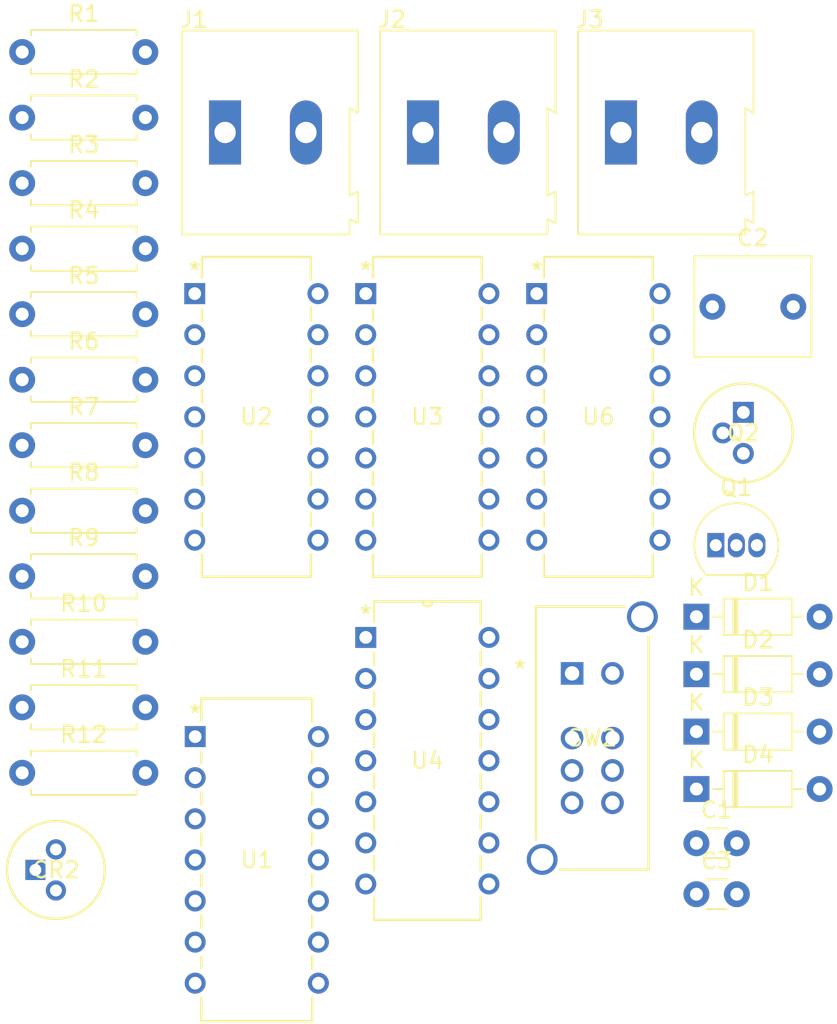
<source format=kicad_pcb>
(kicad_pcb (version 20240108) (generator "pcbnew") (generator_version "8.0")
  (layers (0 "F.Cu" signal) (31 "B.Cu" signal) (34 "B.Paste" user) (35 "F.Paste" user) (36 "B.SilkS" user "B.Silkscreen") (37 "F.SilkS" user "F.Silkscreen") (38 "B.Mask" user) (39 "F.Mask" user) (44 "Edge.Cuts" user))
  (net 0 "")
  (net 1 "Net-(U1-2IN-)")
  (net 2 "Net-(U1-1IN-)")
  (net 3 "Earth")
  (net 4 "Net-(C2-Pad1)")
  (net 5 "Net-(Q2-C)")
  (net 6 "Net-(CR2-Pad3)")
  (net 7 "Net-(D1-A)")
  (net 8 "Net-(D1-K)")
  (net 9 "Net-(D3-K)")
  (net 10 "+5V")
  (net 11 "Net-(D4-K)")
  (net 12 "Net-(J2-Pin_1)")
  (net 13 "Net-(J2-Pin_2)")
  (net 14 "Net-(J3-Pin_1)")
  (net 15 "Net-(Q1-G)")
  (net 16 "Net-(Q1-D)")
  (net 17 "Net-(Q2-E)")
  (net 18 "Net-(U1-1IN+)")
  (net 19 "Net-(U1-3IN-)")
  (net 20 "Net-(U1-2IN+)")
  (net 21 "Net-(U2-1B)")
  (net 22 "Net-(U6-1Q*)")
  (net 24 "Net-(U3-1CP)")
  (net 28 "Net-(U3-2CP)")
  (net 30 "Net-(U3-1Q)")
  (net 35 "Net-(U2-4Y)")
  (net 36 "Net-(U2-2Y)")
  (net 37 "Net-(U2-1A)")
  (net 38 "Net-(U2-1Y)")
  (net 39 "Net-(U2-3Y)")
  (net 40 "Net-(U3-1D)")
  (net 41 "Net-(U3-2D)")
  (footprint "Resistor_THT:R_Axial_DIN0207_L6.3mm_D2.5mm_P7.62mm_Horizontal" (layer "F.Cu") (at 116.8 54.65)
    (property "Reference" "R5" (at 3.81 -2.37 0) (layer "F.SilkS"))
    (property "Value" "27k")
    (fp_line (start 0.54 -1.37) (end 7.08 -1.37) (stroke (width 0.12)) (layer "F.SilkS"))
    (fp_line (start 0.54 -1.04) (end 0.54 -1.37) (stroke (width 0.12)) (layer "F.SilkS"))
    (fp_line (start 0.54 1.04) (end 0.54 1.37) (stroke (width 0.12)) (layer "F.SilkS"))
    (fp_line (start 0.54 1.37) (end 7.08 1.37) (stroke (width 0.12)) (layer "F.SilkS"))
    (fp_line (start 7.08 -1.37) (end 7.08 -1.04) (stroke (width 0.12)) (layer "F.SilkS"))
    (fp_line (start 7.08 1.37) (end 7.08 1.04) (stroke (width 0.12)) (layer "F.SilkS"))
    (pad "1" thru_hole circle (at 0 0) (size 1.6 1.6) (drill 0.8) (layers "*.Cu" "*.Mask") (net 20 "Net-(U1-2IN+)"))
    (pad "2" thru_hole oval (at 7.62 0) (size 1.6 1.6) (drill 0.8) (layers "*.Cu" "*.Mask") (net 19 "Net-(U1-3IN-)"))
  )
  (footprint "Resistor_THT:R_Axial_DIN0207_L6.3mm_D2.5mm_P7.62mm_Horizontal" (layer "F.Cu") (at 116.8 62.75)
    (property "Reference" "R7" (at 3.81 -2.37 0) (layer "F.SilkS"))
    (property "Value" "27k")
    (fp_line (start 0.54 -1.37) (end 7.08 -1.37) (stroke (width 0.12)) (layer "F.SilkS"))
    (fp_line (start 0.54 -1.04) (end 0.54 -1.37) (stroke (width 0.12)) (layer "F.SilkS"))
    (fp_line (start 0.54 1.04) (end 0.54 1.37) (stroke (width 0.12)) (layer "F.SilkS"))
    (fp_line (start 0.54 1.37) (end 7.08 1.37) (stroke (width 0.12)) (layer "F.SilkS"))
    (fp_line (start 7.08 -1.37) (end 7.08 -1.04) (stroke (width 0.12)) (layer "F.SilkS"))
    (fp_line (start 7.08 1.37) (end 7.08 1.04) (stroke (width 0.12)) (layer "F.SilkS"))
    (pad "1" thru_hole circle (at 0 0) (size 1.6 1.6) (drill 0.8) (layers "*.Cu" "*.Mask") (net 1 "Net-(U1-2IN-)"))
    (pad "2" thru_hole oval (at 7.62 0) (size 1.6 1.6) (drill 0.8) (layers "*.Cu" "*.Mask") (net 16 "Net-(Q1-D)"))
  )
  (footprint "Resistor_THT:R_Axial_DIN0207_L6.3mm_D2.5mm_P7.62mm_Horizontal" (layer "F.Cu") (at 116.8 50.6)
    (property "Reference" "R4" (at 3.81 -2.37 0) (layer "F.SilkS"))
    (property "Value" "56k")
    (fp_line (start 0.54 -1.37) (end 7.08 -1.37) (stroke (width 0.12)) (layer "F.SilkS"))
    (fp_line (start 0.54 -1.04) (end 0.54 -1.37) (stroke (width 0.12)) (layer "F.SilkS"))
    (fp_line (start 0.54 1.04) (end 0.54 1.37) (stroke (width 0.12)) (layer "F.SilkS"))
    (fp_line (start 0.54 1.37) (end 7.08 1.37) (stroke (width 0.12)) (layer "F.SilkS"))
    (fp_line (start 7.08 -1.37) (end 7.08 -1.04) (stroke (width 0.12)) (layer "F.SilkS"))
    (fp_line (start 7.08 1.37) (end 7.08 1.04) (stroke (width 0.12)) (layer "F.SilkS"))
    (pad "1" thru_hole circle (at 0 0) (size 1.6 1.6) (drill 0.8) (layers "*.Cu" "*.Mask") (net 1 "Net-(U1-2IN-)"))
    (pad "2" thru_hole oval (at 7.62 0) (size 1.6 1.6) (drill 0.8) (layers "*.Cu" "*.Mask") (net 19 "Net-(U1-3IN-)"))
  )
  (footprint "HCT74:SOT27-1_NEX" (layer "F.Cu") (at 148.6245 53.3788)
    (property "Reference" "U6" (at 3.81 7.62 0) (layer "F.SilkS"))
    (property "Value" "74HCT74N")
    (fp_line (start 0.4445 -2.2606) (end 0.4445 -0.98044) (stroke (width 0.1524)) (layer "F.SilkS"))
    (fp_line (start 0.4445 0.98044) (end 0.4445 1.666111) (stroke (width 0.1524)) (layer "F.SilkS"))
    (fp_line (start 0.4445 3.413889) (end 0.4445 4.206111) (stroke (width 0.1524)) (layer "F.SilkS"))
    (fp_line (start 0.4445 5.953889) (end 0.4445 6.746111) (stroke (width 0.1524)) (layer "F.SilkS"))
    (fp_line (start 0.4445 8.493889) (end 0.4445 9.286111) (stroke (width 0.1524)) (layer "F.SilkS"))
    (fp_line (start 0.4445 11.033889) (end 0.4445 11.826111) (stroke (width 0.1524)) (layer "F.SilkS"))
    (fp_line (start 0.4445 13.573889) (end 0.4445 14.366111) (stroke (width 0.1524)) (layer "F.SilkS"))
    (fp_line (start 0.4445 16.113889) (end 0.4445 17.5006) (stroke (width 0.1524)) (layer "F.SilkS"))
    (fp_line (start 0.4445 17.5006) (end 7.1755 17.5006) (stroke (width 0.1524)) (layer "F.SilkS"))
    (fp_line (start 7.1755 -2.2606) (end 0.4445 -2.2606) (stroke (width 0.1524)) (layer "F.SilkS"))
    (fp_line (start 7.1755 -0.873889) (end 7.1755 -2.2606) (stroke (width 0.1524)) (layer "F.SilkS"))
    (fp_line (start 7.1755 1.666111) (end 7.1755 0.873889) (stroke (width 0.1524)) (layer "F.SilkS"))
    (fp_line (start 7.1755 4.206111) (end 7.1755 3.413889) (stroke (width 0.1524)) (layer "F.SilkS"))
    (fp_line (start 7.1755 6.746111) (end 7.1755 5.953889) (stroke (width 0.1524)) (layer "F.SilkS"))
    (fp_line (start 7.1755 9.286111) (end 7.1755 8.493889) (stroke (width 0.1524)) (layer "F.SilkS"))
    (fp_line (start 7.1755 11.826111) (end 7.1755 11.033889) (stroke (width 0.1524)) (layer "F.SilkS"))
    (fp_line (start 7.1755 14.366111) (end 7.1755 13.573889) (stroke (width 0.1524)) (layer "F.SilkS"))
    (fp_line (start 7.1755 17.5006) (end 7.1755 16.113889) (stroke (width 0.1524)) (layer "F.SilkS"))
    (fp_text user "*" (at 0 -1.4097 0) (layer "F.SilkS"))
    (fp_text user "*" (at 0 -1.4097 0) (layer "F.SilkS"))
    (pad "1" thru_hole rect (at 0 0) (size 1.2954 1.2954) (drill 0.7874) (layers "*.Cu" "*.Mask") (net 39 "Net-(U2-3Y)"))
    (pad "2" thru_hole circle (at 0 2.54) (size 1.2954 1.2954) (drill 0.7874) (layers "*.Cu" "*.Mask") (net 10 "+5V"))
    (pad "3" thru_hole circle (at 0 5.08) (size 1.2954 1.2954) (drill 0.7874) (layers "*.Cu" "*.Mask") (net 35 "Net-(U2-4Y)"))
    (pad "4" thru_hole circle (at 0 7.62) (size 1.2954 1.2954) (drill 0.7874) (layers "*.Cu" "*.Mask") (net 10 "+5V"))
    (pad "5" thru_hole circle (at 0 10.16) (size 1.2954 1.2954) (drill 0.7874) (layers "*.Cu" "*.Mask") (net 37 "Net-(U2-1A)"))
    (pad "6" thru_hole circle (at 0 12.7) (size 1.2954 1.2954) (drill 0.7874) (layers "*.Cu" "*.Mask") (net 22 "Net-(U6-1Q*)"))
    (pad "7" thru_hole circle (at 0 15.24) (size 1.2954 1.2954) (drill 0.7874) (layers "*.Cu" "*.Mask") (net 3 "Earth"))
    (pad "8" thru_hole circle (at 7.62 15.24) (size 1.2954 1.2954) (drill 0.7874) (layers "*.Cu" "*.Mask"))
    (pad "9" thru_hole circle (at 7.62 12.7) (size 1.2954 1.2954) (drill 0.7874) (layers "*.Cu" "*.Mask") (net 21 "Net-(U2-1B)"))
    (pad "10" thru_hole circle (at 7.62 10.16) (size 1.2954 1.2954) (drill 0.7874) (layers "*.Cu" "*.Mask") (net 10 "+5V"))
    (pad "11" thru_hole circle (at 7.62 7.62) (size 1.2954 1.2954) (drill 0.7874) (layers "*.Cu" "*.Mask") (net 30 "Net-(U3-1Q)"))
    (pad "12" thru_hole circle (at 7.62 5.08) (size 1.2954 1.2954) (drill 0.7874) (layers "*.Cu" "*.Mask") (net 10 "+5V"))
    (pad "13" thru_hole circle (at 7.62 2.54) (size 1.2954 1.2954) (drill 0.7874) (layers "*.Cu" "*.Mask") (net 39 "Net-(U2-3Y)"))
    (pad "14" thru_hole circle (at 7.62 0) (size 1.2954 1.2954) (drill 0.7874) (layers "*.Cu" "*.Mask") (net 10 "+5V"))
  )
  (footprint "LM324:N14" (layer "F.Cu") (at 127.5 80.76)
    (property "Reference" "U1" (at 3.81 7.62 0) (layer "F.SilkS"))
    (property "Value" "LM324AN")
    (fp_line (start 0.381 -2.3495) (end 0.381 -0.98044) (stroke (width 0.1524)) (layer "F.SilkS"))
    (fp_line (start 0.381 0.98044) (end 0.381 1.636617) (stroke (width 0.1524)) (layer "F.SilkS"))
    (fp_line (start 0.381 3.443383) (end 0.381 4.176617) (stroke (width 0.1524)) (layer "F.SilkS"))
    (fp_line (start 0.381 5.983383) (end 0.381 6.716617) (stroke (width 0.1524)) (layer "F.SilkS"))
    (fp_line (start 0.381 8.523383) (end 0.381 9.256617) (stroke (width 0.1524)) (layer "F.SilkS"))
    (fp_line (start 0.381 11.063383) (end 0.381 11.796617) (stroke (width 0.1524)) (layer "F.SilkS"))
    (fp_line (start 0.381 13.603383) (end 0.381 14.336617) (stroke (width 0.1524)) (layer "F.SilkS"))
    (fp_line (start 0.381 16.143383) (end 0.381 17.5895) (stroke (width 0.1524)) (layer "F.SilkS"))
    (fp_line (start 0.381 17.5895) (end 7.239 17.5895) (stroke (width 0.1524)) (layer "F.SilkS"))
    (fp_line (start 7.239 -2.3495) (end 0.381 -2.3495) (stroke (width 0.1524)) (layer "F.SilkS"))
    (fp_line (start 7.239 -0.903383) (end 7.239 -2.3495) (stroke (width 0.1524)) (layer "F.SilkS"))
    (fp_line (start 7.239 1.636617) (end 7.239 0.903383) (stroke (width 0.1524)) (layer "F.SilkS"))
    (fp_line (start 7.239 4.176617) (end 7.239 3.443383) (stroke (width 0.1524)) (layer "F.SilkS"))
    (fp_line (start 7.239 6.716617) (end 7.239 5.983383) (stroke (width 0.1524)) (layer "F.SilkS"))
    (fp_line (start 7.239 9.256617) (end 7.239 8.523383) (stroke (width 0.1524)) (layer "F.SilkS"))
    (fp_line (start 7.239 11.796617) (end 7.239 11.063383) (stroke (width 0.1524)) (layer "F.SilkS"))
    (fp_line (start 7.239 14.336617) (end 7.239 13.603383) (stroke (width 0.1524)) (layer "F.SilkS"))
    (fp_line (start 7.239 17.5895) (end 7.239 16.143383) (stroke (width 0.1524)) (layer "F.SilkS"))
    (fp_text user "*" (at 0 -1.4097 0) (layer "F.SilkS"))
    (fp_text user "*" (at 0 -1.4097 0) (layer "F.SilkS"))
    (pad "1" thru_hole rect (at 0 0) (size 1.2954 1.2954) (drill 0.7874) (layers "*.Cu" "*.Mask") (net 15 "Net-(Q1-G)"))
    (pad "2" thru_hole circle (at 0 2.54) (size 1.2954 1.2954) (drill 0.7874) (layers "*.Cu" "*.Mask") (net 2 "Net-(U1-1IN-)"))
    (pad "3" thru_hole circle (at 0 5.08) (size 1.2954 1.2954) (drill 0.7874) (layers "*.Cu" "*.Mask") (net 18 "Net-(U1-1IN+)"))
    (pad "4" thru_hole circle (at 0 7.62) (size 1.2954 1.2954) (drill 0.7874) (layers "*.Cu" "*.Mask") (net 10 "+5V"))
    (pad "5" thru_hole circle (at 0 10.16) (size 1.2954 1.2954) (drill 0.7874) (layers "*.Cu" "*.Mask") (net 20 "Net-(U1-2IN+)"))
    (pad "6" thru_hole circle (at 0 12.7) (size 1.2954 1.2954) (drill 0.7874) (layers "*.Cu" "*.Mask") (net 1 "Net-(U1-2IN-)"))
    (pad "7" thru_hole circle (at 0 15.24) (size 1.2954 1.2954) (drill 0.7874) (layers "*.Cu" "*.Mask") (net 2 "Net-(U1-1IN-)"))
    (pad "8" thru_hole circle (at 7.62 15.24) (size 1.2954 1.2954) (drill 0.7874) (layers "*.Cu" "*.Mask") (net 19 "Net-(U1-3IN-)"))
    (pad "9" thru_hole circle (at 7.62 12.7) (size 1.2954 1.2954) (drill 0.7874) (layers "*.Cu" "*.Mask") (net 19 "Net-(U1-3IN-)"))
    (pad "10" thru_hole circle (at 7.62 10.16) (size 1.2954 1.2954) (drill 0.7874) (layers "*.Cu" "*.Mask") (net 5 "Net-(Q2-C)"))
    (pad "11" thru_hole circle (at 7.62 7.62) (size 1.2954 1.2954) (drill 0.7874) (layers "*.Cu" "*.Mask") (net 3 "Earth"))
    (pad "12" thru_hole circle (at 7.62 5.08) (size 1.2954 1.2954) (drill 0.7874) (layers "*.Cu" "*.Mask"))
    (pad "13" thru_hole circle (at 7.62 2.54) (size 1.2954 1.2954) (drill 0.7874) (layers "*.Cu" "*.Mask"))
    (pad "14" thru_hole circle (at 7.62 0) (size 1.2954 1.2954) (drill 0.7874) (layers "*.Cu" "*.Mask"))
  )
  (footprint "Diode_THT:D_DO-35_SOD27_P7.62mm_Horizontal" (layer "F.Cu") (at 158.5 73.35)
    (property "Reference" "D1" (at 3.81 -2.12 0) (layer "F.SilkS"))
    (property "Value" "1N4148")
    (fp_line (start 1.04 0) (end 1.69 0) (stroke (width 0.12)) (layer "F.SilkS"))
    (fp_line (start 1.69 -1.12) (end 1.69 1.12) (stroke (width 0.12)) (layer "F.SilkS"))
    (fp_line (start 1.69 1.12) (end 5.93 1.12) (stroke (width 0.12)) (layer "F.SilkS"))
    (fp_line (start 2.29 -1.12) (end 2.29 1.12) (stroke (width 0.12)) (layer "F.SilkS"))
    (fp_line (start 2.41 -1.12) (end 2.41 1.12) (stroke (width 0.12)) (layer "F.SilkS"))
    (fp_line (start 2.53 -1.12) (end 2.53 1.12) (stroke (width 0.12)) (layer "F.SilkS"))
    (fp_line (start 5.93 -1.12) (end 1.69 -1.12) (stroke (width 0.12)) (layer "F.SilkS"))
    (fp_line (start 5.93 1.12) (end 5.93 -1.12) (stroke (width 0.12)) (layer "F.SilkS"))
    (fp_line (start 6.58 0) (end 5.93 0) (stroke (width 0.12)) (layer "F.SilkS"))
    (fp_text user "K" (at 0 -1.8 0) (layer "F.SilkS"))
    (pad "1" thru_hole rect (at 0 0) (size 1.6 1.6) (drill 0.8) (layers "*.Cu" "*.Mask") (net 8 "Net-(D1-K)"))
    (pad "2" thru_hole oval (at 7.62 0) (size 1.6 1.6) (drill 0.8) (layers "*.Cu" "*.Mask") (net 7 "Net-(D1-A)"))
  )
  (footprint "74HC14:N14" (layer "F.Cu") (at 145.6687 89.8677)
    (property "Reference" "U4" (at -3.81 -7.62 0) (layer "F.SilkS"))
    (property "Value" "SN74HC14N")
    (fp_line (start -7.112 -17.4625) (end -7.112 -16.22044) (stroke (width 0.1524)) (layer "F.SilkS"))
    (fp_line (start -7.112 -14.25956) (end -7.112 -13.538569) (stroke (width 0.1524)) (layer "F.SilkS"))
    (fp_line (start -7.112 -11.861431) (end -7.112 -10.998569) (stroke (width 0.1524)) (layer "F.SilkS"))
    (fp_line (start -7.112 -9.321431) (end -7.112 -8.458569) (stroke (width 0.1524)) (layer "F.SilkS"))
    (fp_line (start -7.112 -6.781431) (end -7.112 -5.918569) (stroke (width 0.1524)) (layer "F.SilkS"))
    (fp_line (start -7.112 -4.241431) (end -7.112 -3.378569) (stroke (width 0.1524)) (layer "F.SilkS"))
    (fp_line (start -7.112 -1.701431) (end -7.112 -0.838569) (stroke (width 0.1524)) (layer "F.SilkS"))
    (fp_line (start -7.112 0.838569) (end -7.112 2.2225) (stroke (width 0.1524)) (layer "F.SilkS"))
    (fp_line (start -7.112 2.2225) (end -0.508 2.2225) (stroke (width 0.1524)) (layer "F.SilkS"))
    (fp_line (start -0.508 -17.4625) (end -7.112 -17.4625) (stroke (width 0.1524)) (layer "F.SilkS"))
    (fp_line (start -0.508 -16.078569) (end -0.508 -17.4625) (stroke (width 0.1524)) (layer "F.SilkS"))
    (fp_line (start -0.508 -13.538569) (end -0.508 -14.401431) (stroke (width 0.1524)) (layer "F.SilkS"))
    (fp_line (start -0.508 -10.998569) (end -0.508 -11.861431) (stroke (width 0.1524)) (layer "F.SilkS"))
    (fp_line (start -0.508 -8.458569) (end -0.508 -9.321431) (stroke (width 0.1524)) (layer "F.SilkS"))
    (fp_line (start -0.508 -5.918569) (end -0.508 -6.781431) (stroke (width 0.1524)) (layer "F.SilkS"))
    (fp_line (start -0.508 -3.378569) (end -0.508 -4.241431) (stroke (width 0.1524)) (layer "F.SilkS"))
    (fp_line (start -0.508 -0.838569) (end -0.508 -1.701431) (stroke (width 0.1524)) (layer "F.SilkS"))
    (fp_line (start -0.508 2.2225) (end -0.508 0.838569) (stroke (width 0.1524)) (layer "F.SilkS"))
    (fp_arc (start -3.5052 -17.4625) (mid -3.81 -17.1577) (end -4.1148 -17.4625) (stroke (width 0.1524)) (layer "F.SilkS"))
    (fp_text user "*" (at -7.62 -16.6497 0) (layer "F.SilkS"))
    (fp_text user "*" (at -7.62 -16.6497 0) (layer "F.SilkS"))
    (pad "1" thru_hole rect (at -7.62 -15.24) (size 1.2954 1.2954) (drill 0.7874) (layers "*.Cu" "*.Mask") (net 15 "Net-(Q1-G)"))
    (pad "2" thru_hole circle (at -7.62 -12.7) (size 1.2954 1.2954) (drill 0.7874) (layers "*.Cu" "*.Mask") (net 14 "Net-(J3-Pin_1)"))
    (pad "3" thru_hole circle (at -7.62 -10.16) (size 1.2954 1.2954) (drill 0.7874) (layers "*.Cu" "*.Mask"))
    (pad "4" thru_hole circle (at -7.62 -7.62) (size 1.2954 1.2954) (drill 0.7874) (layers "*.Cu" "*.Mask"))
    (pad "5" thru_hole circle (at -7.62 -5.08) (size 1.2954 1.2954) (drill 0.7874) (layers "*.Cu" "*.Mask"))
    (pad "6" thru_hole circle (at -7.62 -2.54) (size 1.2954 1.2954) (drill 0.7874) (layers "*.Cu" "*.Mask"))
    (pad "7" thru_hole circle (at -7.62 0) (size 1.2954 1.2954) (drill 0.7874) (layers "*.Cu" "*.Mask") (net 3 "Earth"))
    (pad "8" thru_hole circle (at 0 0) (size 1.2954 1.2954) (drill 0.7874) (layers "*.Cu" "*.Mask"))
    (pad "9" thru_hole circle (at 0 -2.54) (size 1.2954 1.2954) (drill 0.7874) (layers "*.Cu" "*.Mask"))
    (pad "10" thru_hole circle (at 0 -5.08) (size 1.2954 1.2954) (drill 0.7874) (layers "*.Cu" "*.Mask"))
    (pad "11" thru_hole circle (at 0 -7.62) (size 1.2954 1.2954) (drill 0.7874) (layers "*.Cu" "*.Mask"))
    (pad "12" thru_hole circle (at 0 -10.16) (size 1.2954 1.2954) (drill 0.7874) (layers "*.Cu" "*.Mask"))
    (pad "13" thru_hole circle (at 0 -12.7) (size 1.2954 1.2954) (drill 0.7874) (layers "*.Cu" "*.Mask"))
    (pad "14" thru_hole circle (at 0 -15.24) (size 1.2954 1.2954) (drill 0.7874) (layers "*.Cu" "*.Mask") (net 10 "+5V"))
  )
  (footprint "NPN 2N2222:TO-18_STM" (layer "F.Cu") (at 117.6173 89.000842)
    (property "Reference" "CR2" (at 1.27 0 0) (layer "F.SilkS"))
    (property "Value" "2N2222A")
    (fp_circle (center 1.27 0) (end 4.2926 0) (stroke (width 0.1524)) (fill none) (layer "F.SilkS"))
    (pad "1" thru_hole rect (at 0 0) (size 1.2446 1.2446) (drill 0.7366) (layers "*.Cu" "*.Mask") (net 7 "Net-(D1-A)"))
    (pad "2" thru_hole circle (at 1.27 1.27) (size 1.2446 1.2446) (drill 0.7366) (layers "*.Cu" "*.Mask") (net 5 "Net-(Q2-C)"))
    (pad "3" thru_hole circle (at 1.27 -1.27) (size 1.2446 1.2446) (drill 0.7366) (layers "*.Cu" "*.Mask") (net 6 "Net-(CR2-Pad3)"))
  )
  (footprint "Resistor_THT:R_Axial_DIN0207_L6.3mm_D2.5mm_P7.62mm_Horizontal" (layer "F.Cu") (at 116.8 74.9)
    (property "Reference" "R10" (at 3.81 -2.37 0) (layer "F.SilkS"))
    (property "Value" "33k")
    (fp_line (start 0.54 -1.37) (end 7.08 -1.37) (stroke (width 0.12)) (layer "F.SilkS"))
    (fp_line (start 0.54 -1.04) (end 0.54 -1.37) (stroke (width 0.12)) (layer "F.SilkS"))
    (fp_line (start 0.54 1.04) (end 0.54 1.37) (stroke (width 0.12)) (layer "F.SilkS"))
    (fp_line (start 0.54 1.37) (end 7.08 1.37) (stroke (width 0.12)) (layer "F.SilkS"))
    (fp_line (start 7.08 -1.37) (end 7.08 -1.04) (stroke (width 0.12)) (layer "F.SilkS"))
    (fp_line (start 7.08 1.37) (end 7.08 1.04) (stroke (width 0.12)) (layer "F.SilkS"))
    (pad "1" thru_hole circle (at 0 0) (size 1.6 1.6) (drill 0.8) (layers "*.Cu" "*.Mask") (net 17 "Net-(Q2-E)"))
    (pad "2" thru_hole oval (at 7.62 0) (size 1.6 1.6) (drill 0.8) (layers "*.Cu" "*.Mask") (net 10 "+5V"))
  )
  (footprint "Resistor_THT:R_Axial_DIN0207_L6.3mm_D2.5mm_P7.62mm_Horizontal" (layer "F.Cu") (at 116.8 66.8)
    (property "Reference" "R8" (at 3.81 -2.37 0) (layer "F.SilkS"))
    (property "Value" "33k")
    (fp_line (start 0.54 -1.37) (end 7.08 -1.37) (stroke (width 0.12)) (layer "F.SilkS"))
    (fp_line (start 0.54 -1.04) (end 0.54 -1.37) (stroke (width 0.12)) (layer "F.SilkS"))
    (fp_line (start 0.54 1.04) (end 0.54 1.37) (stroke (width 0.12)) (layer "F.SilkS"))
    (fp_line (start 0.54 1.37) (end 7.08 1.37) (stroke (width 0.12)) (layer "F.SilkS"))
    (fp_line (start 7.08 -1.37) (end 7.08 -1.04) (stroke (width 0.12)) (layer "F.SilkS"))
    (fp_line (start 7.08 1.37) (end 7.08 1.04) (stroke (width 0.12)) (layer "F.SilkS"))
    (pad "1" thru_hole circle (at 0 0) (size 1.6 1.6) (drill 0.8) (layers "*.Cu" "*.Mask") (net 4 "Net-(C2-Pad1)"))
    (pad "2" thru_hole oval (at 7.62 0) (size 1.6 1.6) (drill 0.8) (layers "*.Cu" "*.Mask") (net 5 "Net-(Q2-C)"))
  )
  (footprint "TerminalBlock:TerminalBlock_Altech_AK300-2_P5.00mm" (layer "F.Cu") (at 153.83 43.42)
    (property "Reference" "J3" (at -1.92 -6.99 0) (layer "F.SilkS"))
    (property "Value" "Screw_Terminal_01x02")
    (fp_line (start -2.65 -6.3) (end -2.65 6.3) (stroke (width 0.12)) (layer "F.SilkS"))
    (fp_line (start -2.65 6.3) (end 7.7 6.3) (stroke (width 0.12)) (layer "F.SilkS"))
    (fp_line (start 7.7 -1.5) (end 8.2 -1.2) (stroke (width 0.12)) (layer "F.SilkS"))
    (fp_line (start 7.7 3.9) (end 7.7 -1.5) (stroke (width 0.12)) (layer "F.SilkS"))
    (fp_line (start 7.7 5.35) (end 8.2 5.6) (stroke (width 0.12)) (layer "F.SilkS"))
    (fp_line (start 7.7 6.3) (end 7.7 5.35) (stroke (width 0.12)) (layer "F.SilkS"))
    (fp_line (start 8.2 -6.3) (end -2.65 -6.3) (stroke (width 0.12)) (layer "F.SilkS"))
    (fp_line (start 8.2 -1.2) (end 8.2 -6.3) (stroke (width 0.12)) (layer "F.SilkS"))
    (fp_line (start 8.2 3.65) (end 7.7 3.9) (stroke (width 0.12)) (layer "F.SilkS"))
    (fp_line (start 8.2 3.7) (end 8.2 3.65) (stroke (width 0.12)) (layer "F.SilkS"))
    (fp_line (start 8.2 5.6) (end 8.2 3.7) (stroke (width 0.12)) (layer "F.SilkS"))
    (pad "1" thru_hole rect (at 0 0) (size 1.98 3.96) (drill 1.32) (layers "*.Cu" "*.Mask") (net 14 "Net-(J3-Pin_1)"))
    (pad "2" thru_hole oval (at 5 0) (size 1.98 3.96) (drill 1.32) (layers "*.Cu" "*.Mask") (net 3 "Earth"))
  )
  (footprint "HCT74:SOT27-1_NEX" (layer "F.Cu") (at 138.0487 53.3788)
    (property "Reference" "U3" (at 3.81 7.62 0) (layer "F.SilkS"))
    (property "Value" "74HCT74N")
    (fp_line (start 0.4445 -2.2606) (end 0.4445 -0.98044) (stroke (width 0.1524)) (layer "F.SilkS"))
    (fp_line (start 0.4445 0.98044) (end 0.4445 1.666111) (stroke (width 0.1524)) (layer "F.SilkS"))
    (fp_line (start 0.4445 3.413889) (end 0.4445 4.206111) (stroke (width 0.1524)) (layer "F.SilkS"))
    (fp_line (start 0.4445 5.953889) (end 0.4445 6.746111) (stroke (width 0.1524)) (layer "F.SilkS"))
    (fp_line (start 0.4445 8.493889) (end 0.4445 9.286111) (stroke (width 0.1524)) (layer "F.SilkS"))
    (fp_line (start 0.4445 11.033889) (end 0.4445 11.826111) (stroke (width 0.1524)) (layer "F.SilkS"))
    (fp_line (start 0.4445 13.573889) (end 0.4445 14.366111) (stroke (width 0.1524)) (layer "F.SilkS"))
    (fp_line (start 0.4445 16.113889) (end 0.4445 17.5006) (stroke (width 0.1524)) (layer "F.SilkS"))
    (fp_line (start 0.4445 17.5006) (end 7.1755 17.5006) (stroke (width 0.1524)) (layer "F.SilkS"))
    (fp_line (start 7.1755 -2.2606) (end 0.4445 -2.2606) (stroke (width 0.1524)) (layer "F.SilkS"))
    (fp_line (start 7.1755 -0.873889) (end 7.1755 -2.2606) (stroke (width 0.1524)) (layer "F.SilkS"))
    (fp_line (start 7.1755 1.666111) (end 7.1755 0.873889) (stroke (width 0.1524)) (layer "F.SilkS"))
    (fp_line (start 7.1755 4.206111) (end 7.1755 3.413889) (stroke (width 0.1524)) (layer "F.SilkS"))
    (fp_line (start 7.1755 6.746111) (end 7.1755 5.953889) (stroke (width 0.1524)) (layer "F.SilkS"))
    (fp_line (start 7.1755 9.286111) (end 7.1755 8.493889) (stroke (width 0.1524)) (layer "F.SilkS"))
    (fp_line (start 7.1755 11.826111) (end 7.1755 11.033889) (stroke (width 0.1524)) (layer "F.SilkS"))
    (fp_line (start 7.1755 14.366111) (end 7.1755 13.573889) (stroke (width 0.1524)) (layer "F.SilkS"))
    (fp_line (start 7.1755 17.5006) (end 7.1755 16.113889) (stroke (width 0.1524)) (layer "F.SilkS"))
    (fp_text user "*" (at 0 -1.4097 0) (layer "F.SilkS"))
    (fp_text user "*" (at 0 -1.4097 0) (layer "F.SilkS"))
    (pad "1" thru_hole rect (at 0 0) (size 1.2954 1.2954) (drill 0.7874) (layers "*.Cu" "*.Mask") (net 10 "+5V"))
    (pad "2" thru_hole circle (at 0 2.54) (size 1.2954 1.2954) (drill 0.7874) (layers "*.Cu" "*.Mask") (net 40 "Net-(U3-1D)"))
    (pad "3" thru_hole circle (at 0 5.08) (size 1.2954 1.2954) (drill 0.7874) (layers "*.Cu" "*.Mask") (net 24 "Net-(U3-1CP)"))
    (pad "4" thru_hole circle (at 0 7.62) (size 1.2954 1.2954) (drill 0.7874) (layers "*.Cu" "*.Mask") (net 10 "+5V"))
    (pad "5" thru_hole circle (at 0 10.16) (size 1.2954 1.2954) (drill 0.7874) (layers "*.Cu" "*.Mask") (net 30 "Net-(U3-1Q)"))
    (pad "6" thru_hole circle (at 0 12.7) (size 1.2954 1.2954) (drill 0.7874) (layers "*.Cu" "*.Mask") (net 40 "Net-(U3-1D)"))
    (pad "7" thru_hole circle (at 0 15.24) (size 1.2954 1.2954) (drill 0.7874) (layers "*.Cu" "*.Mask") (net 3 "Earth"))
    (pad "8" thru_hole circle (at 7.62 15.24) (size 1.2954 1.2954) (drill 0.7874) (layers "*.Cu" "*.Mask") (net 41 "Net-(U3-2D)"))
    (pad "9" thru_hole circle (at 7.62 12.7) (size 1.2954 1.2954) (drill 0.7874) (layers "*.Cu" "*.Mask") (net 24 "Net-(U3-1CP)"))
    (pad "10" thru_hole circle (at 7.62 10.16) (size 1.2954 1.2954) (drill 0.7874) (layers "*.Cu" "*.Mask") (net 10 "+5V"))
    (pad "11" thru_hole circle (at 7.62 7.62) (size 1.2954 1.2954) (drill 0.7874) (layers "*.Cu" "*.Mask") (net 28 "Net-(U3-2CP)"))
    (pad "12" thru_hole circle (at 7.62 5.08) (size 1.2954 1.2954) (drill 0.7874) (layers "*.Cu" "*.Mask") (net 41 "Net-(U3-2D)"))
    (pad "13" thru_hole circle (at 7.62 2.54) (size 1.2954 1.2954) (drill 0.7874) (layers "*.Cu" "*.Mask") (net 10 "+5V"))
    (pad "14" thru_hole circle (at 7.62 0) (size 1.2954 1.2954) (drill 0.7874) (layers "*.Cu" "*.Mask") (net 10 "+5V"))
  )
  (footprint "TerminalBlock:TerminalBlock_Altech_AK300-2_P5.00mm" (layer "F.Cu") (at 141.59 43.42)
    (property "Reference" "J2" (at -1.92 -6.99 0) (layer "F.SilkS"))
    (property "Value" "Screw_Terminal_01x02")
    (fp_line (start -2.65 -6.3) (end -2.65 6.3) (stroke (width 0.12)) (layer "F.SilkS"))
    (fp_line (start -2.65 6.3) (end 7.7 6.3) (stroke (width 0.12)) (layer "F.SilkS"))
    (fp_line (start 7.7 -1.5) (end 8.2 -1.2) (stroke (width 0.12)) (layer "F.SilkS"))
    (fp_line (start 7.7 3.9) (end 7.7 -1.5) (stroke (width 0.12)) (layer "F.SilkS"))
    (fp_line (start 7.7 5.35) (end 8.2 5.6) (stroke (width 0.12)) (layer "F.SilkS"))
    (fp_line (start 7.7 6.3) (end 7.7 5.35) (stroke (width 0.12)) (layer "F.SilkS"))
    (fp_line (start 8.2 -6.3) (end -2.65 -6.3) (stroke (width 0.12)) (layer "F.SilkS"))
    (fp_line (start 8.2 -1.2) (end 8.2 -6.3) (stroke (width 0.12)) (layer "F.SilkS"))
    (fp_line (start 8.2 3.65) (end 7.7 3.9) (stroke (width 0.12)) (layer "F.SilkS"))
    (fp_line (start 8.2 3.7) (end 8.2 3.65) (stroke (width 0.12)) (layer "F.SilkS"))
    (fp_line (start 8.2 5.6) (end 8.2 3.7) (stroke (width 0.12)) (layer "F.SilkS"))
    (pad "1" thru_hole rect (at 0 0) (size 1.98 3.96) (drill 1.32) (layers "*.Cu" "*.Mask") (net 12 "Net-(J2-Pin_1)"))
    (pad "2" thru_hole oval (at 5 0) (size 1.98 3.96) (drill 1.32) (layers "*.Cu" "*.Mask") (net 13 "Net-(J2-Pin_2)"))
  )
  (footprint "3PS:SW8_MHS233_TEC" (layer "F.Cu") (at 153.3092 84.8512)
    (property "Reference" "SW2" (at -1.25 -4 0) (layer "F.SilkS"))
    (property "Value" "1-1825289-0")
    (fp_line (start -4.7298 -12.128) (end -4.7298 2.27216) (stroke (width 0.1524)) (layer "F.SilkS"))
    (fp_line (start -3.228636 4.128) (end 2.2298 4.128) (stroke (width 0.1524)) (layer "F.SilkS"))
    (fp_line (start 0.728636 -12.128) (end -4.7298 -12.128) (stroke (width 0.1524)) (layer "F.SilkS"))
    (fp_line (start 2.2298 4.128) (end 2.2298 -10.272159) (stroke (width 0.1524)) (layer "F.SilkS"))
    (fp_text user "*" (at -5.715 -8.255 0) (layer "F.SilkS"))
    (fp_text user "*" (at -5.715 -8.255 0) (layer "F.SilkS"))
    (pad "1" thru_hole rect (at -2.5 -7.999999) (size 1.397 1.397) (drill 0.889) (layers "*.Cu" "*.Mask") (net 30 "Net-(U3-1Q)"))
    (pad "2" thru_hole circle (at -2.5 -4) (size 1.397 1.397) (drill 0.889) (layers "*.Cu" "*.Mask") (net 14 "Net-(J3-Pin_1)"))
    (pad "3" thru_hole circle (at -2.5 -1.999999) (size 1.397 1.397) (drill 0.889) (layers "*.Cu" "*.Mask") (net 24 "Net-(U3-1CP)"))
    (pad "4" thru_hole circle (at -2.5 0) (size 1.397 1.397) (drill 0.889) (layers "*.Cu" "*.Mask") (net 28 "Net-(U3-2CP)"))
    (pad "5" thru_hole circle (at 0 -7.999999) (size 1.397 1.397) (drill 0.889) (layers "*.Cu" "*.Mask"))
    (pad "6" thru_hole circle (at 0 -4) (size 1.397 1.397) (drill 0.889) (layers "*.Cu" "*.Mask"))
    (pad "7" thru_hole circle (at 0 -2.000001) (size 1.397 1.397) (drill 0.889) (layers "*.Cu" "*.Mask"))
    (pad "8" thru_hole circle (at 0 0) (size 1.397 1.397) (drill 0.889) (layers "*.Cu" "*.Mask"))
    (pad "9" thru_hole circle (at 1.85 -11.5) (size 1.905 1.905) (drill 1.397) (layers "*.Cu" "*.Mask"))
    (pad "10" thru_hole circle (at -4.35 3.500001) (size 1.905 1.905) (drill 1.397) (layers "*.Cu" "*.Mask"))
  )
  (footprint "Capacitor_THT:C_Disc_D3.0mm_W1.6mm_P2.50mm" (layer "F.Cu") (at 158.5 87.35)
    (property "Reference" "C1" (at 1.25 -2.05 0) (layer "F.SilkS"))
    (property "Value" "1n")
    (fp_line (start 0.621 -0.92) (end 1.879 -0.92) (stroke (width 0.12)) (layer "F.SilkS"))
    (fp_line (start 0.621 0.92) (end 1.879 0.92) (stroke (width 0.12)) (layer "F.SilkS"))
    (pad "1" thru_hole circle (at 0 0) (size 1.6 1.6) (drill 0.8) (layers "*.Cu" "*.Mask") (net 1 "Net-(U1-2IN-)"))
    (pad "2" thru_hole circle (at 2.5 0) (size 1.6 1.6) (drill 0.8) (layers "*.Cu" "*.Mask") (net 2 "Net-(U1-1IN-)"))
  )
  (footprint "Capacitor_THT:C_Rect_L7.0mm_W6.0mm_P5.00mm" (layer "F.Cu") (at 159.49 54.19)
    (property "Reference" "C2" (at 2.5 -4.25 0) (layer "F.SilkS"))
    (property "Value" "470n")
    (fp_line (start -1.12 -3.12) (end -1.12 3.12) (stroke (width 0.12)) (layer "F.SilkS"))
    (fp_line (start -1.12 -3.12) (end 6.12 -3.12) (stroke (width 0.12)) (layer "F.SilkS"))
    (fp_line (start -1.12 3.12) (end 6.12 3.12) (stroke (width 0.12)) (layer "F.SilkS"))
    (fp_line (start 6.12 -3.12) (end 6.12 3.12) (stroke (width 0.12)) (layer "F.SilkS"))
    (pad "1" thru_hole circle (at 0 0) (size 1.6 1.6) (drill 0.8) (layers "*.Cu" "*.Mask") (net 4 "Net-(C2-Pad1)"))
    (pad "2" thru_hole circle (at 5 0) (size 1.6 1.6) (drill 0.8) (layers "*.Cu" "*.Mask") (net 3 "Earth"))
  )
  (footprint "Resistor_THT:R_Axial_DIN0207_L6.3mm_D2.5mm_P7.62mm_Horizontal" (layer "F.Cu") (at 116.8 83)
    (property "Reference" "R12" (at 3.81 -2.37 0) (layer "F.SilkS"))
    (property "Value" "47k")
    (fp_line (start 0.54 -1.37) (end 7.08 -1.37) (stroke (width 0.12)) (layer "F.SilkS"))
    (fp_line (start 0.54 -1.04) (end 0.54 -1.37) (stroke (width 0.12)) (layer "F.SilkS"))
    (fp_line (start 0.54 1.04) (end 0.54 1.37) (stroke (width 0.12)) (layer "F.SilkS"))
    (fp_line (start 0.54 1.37) (end 7.08 1.37) (stroke (width 0.12)) (layer "F.SilkS"))
    (fp_line (start 7.08 -1.37) (end 7.08 -1.04) (stroke (width 0.12)) (layer "F.SilkS"))
    (fp_line (start 7.08 1.37) (end 7.08 1.04) (stroke (width 0.12)) (layer "F.SilkS"))
    (pad "1" thru_hole circle (at 0 0) (size 1.6 1.6) (drill 0.8) (layers "*.Cu" "*.Mask") (net 22 "Net-(U6-1Q*)"))
    (pad "2" thru_hole oval (at 7.62 0) (size 1.6 1.6) (drill 0.8) (layers "*.Cu" "*.Mask") (net 11 "Net-(D4-K)"))
  )
  (footprint "Resistor_THT:R_Axial_DIN0207_L6.3mm_D2.5mm_P7.62mm_Horizontal" (layer "F.Cu") (at 116.8 78.95)
    (property "Reference" "R11" (at 3.81 -2.37 0) (layer "F.SilkS"))
    (property "Value" "47k")
    (fp_line (start 0.54 -1.37) (end 7.08 -1.37) (stroke (width 0.12)) (layer "F.SilkS"))
    (fp_line (start 0.54 -1.04) (end 0.54 -1.37) (stroke (width 0.12)) (layer "F.SilkS"))
    (fp_line (start 0.54 1.04) (end 0.54 1.37) (stroke (width 0.12)) (layer "F.SilkS"))
    (fp_line (start 0.54 1.37) (end 7.08 1.37) (stroke (width 0.12)) (layer "F.SilkS"))
    (fp_line (start 7.08 -1.37) (end 7.08 -1.04) (stroke (width 0.12)) (layer "F.SilkS"))
    (fp_line (start 7.08 1.37) (end 7.08 1.04) (stroke (width 0.12)) (layer "F.SilkS"))
    (pad "1" thru_hole circle (at 0 0) (size 1.6 1.6) (drill 0.8) (layers "*.Cu" "*.Mask") (net 21 "Net-(U2-1B)"))
    (pad "2" thru_hole oval (at 7.62 0) (size 1.6 1.6) (drill 0.8) (layers "*.Cu" "*.Mask") (net 7 "Net-(D1-A)"))
  )
  (footprint "PNP 2N2907:TO-18TO-206AA_MCH" (layer "F.Cu") (at 161.4027 60.719464)
    (property "Reference" "Q2" (at 0 1.27 0) (layer "F.SilkS"))
    (property "Value" "JANTX2N2907A")
    (fp_circle (center 0 1.27) (end 3.048 1.27) (stroke (width 0.1524)) (fill none) (layer "F.SilkS"))
    (pad "1" thru_hole rect (at 0 0) (size 1.2954 1.2954) (drill 0.7874) (layers "*.Cu" "*.Mask") (net 17 "Net-(Q2-E)"))
    (pad "2" thru_hole circle (at -1.27 1.27) (size 1.2954 1.2954) (drill 0.7874) (layers "*.Cu" "*.Mask") (net 11 "Net-(D4-K)"))
    (pad "3" thru_hole circle (at 0 2.54) (size 1.2954 1.2954) (drill 0.7874) (layers "*.Cu" "*.Mask") (net 5 "Net-(Q2-C)"))
  )
  (footprint "Diode_THT:D_DO-35_SOD27_P7.62mm_Horizontal" (layer "F.Cu") (at 158.5 84)
    (property "Reference" "D4" (at 3.81 -2.12 0) (layer "F.SilkS"))
    (property "Value" "1N4148")
    (fp_line (start 1.04 0) (end 1.69 0) (stroke (width 0.12)) (layer "F.SilkS"))
    (fp_line (start 1.69 -1.12) (end 1.69 1.12) (stroke (width 0.12)) (layer "F.SilkS"))
    (fp_line (start 1.69 1.12) (end 5.93 1.12) (stroke (width 0.12)) (layer "F.SilkS"))
    (fp_line (start 2.29 -1.12) (end 2.29 1.12) (stroke (width 0.12)) (layer "F.SilkS"))
    (fp_line (start 2.41 -1.12) (end 2.41 1.12) (stroke (width 0.12)) (layer "F.SilkS"))
    (fp_line (start 2.53 -1.12) (end 2.53 1.12) (stroke (width 0.12)) (layer "F.SilkS"))
    (fp_line (start 5.93 -1.12) (end 1.69 -1.12) (stroke (width 0.12)) (layer "F.SilkS"))
    (fp_line (start 5.93 1.12) (end 5.93 -1.12) (stroke (width 0.12)) (layer "F.SilkS"))
    (fp_line (start 6.58 0) (end 5.93 0) (stroke (width 0.12)) (layer "F.SilkS"))
    (fp_text user "K" (at 0 -1.8 0) (layer "F.SilkS"))
    (pad "1" thru_hole rect (at 0 0) (size 1.6 1.6) (drill 0.8) (layers "*.Cu" "*.Mask") (net 11 "Net-(D4-K)"))
    (pad "2" thru_hole oval (at 7.62 0) (size 1.6 1.6) (drill 0.8) (layers "*.Cu" "*.Mask") (net 9 "Net-(D3-K)"))
  )
  (footprint "Diode_THT:D_DO-35_SOD27_P7.62mm_Horizontal" (layer "F.Cu") (at 158.5 80.45)
    (property "Reference" "D3" (at 3.81 -2.12 0) (layer "F.SilkS"))
    (property "Value" "1N4148")
    (fp_line (start 1.04 0) (end 1.69 0) (stroke (width 0.12)) (layer "F.SilkS"))
    (fp_line (start 1.69 -1.12) (end 1.69 1.12) (stroke (width 0.12)) (layer "F.SilkS"))
    (fp_line (start 1.69 1.12) (end 5.93 1.12) (stroke (width 0.12)) (layer "F.SilkS"))
    (fp_line (start 2.29 -1.12) (end 2.29 1.12) (stroke (width 0.12)) (layer "F.SilkS"))
    (fp_line (start 2.41 -1.12) (end 2.41 1.12) (stroke (width 0.12)) (layer "F.SilkS"))
    (fp_line (start 2.53 -1.12) (end 2.53 1.12) (stroke (width 0.12)) (layer "F.SilkS"))
    (fp_line (start 5.93 -1.12) (end 1.69 -1.12) (stroke (width 0.12)) (layer "F.SilkS"))
    (fp_line (start 5.93 1.12) (end 5.93 -1.12) (stroke (width 0.12)) (layer "F.SilkS"))
    (fp_line (start 6.58 0) (end 5.93 0) (stroke (width 0.12)) (layer "F.SilkS"))
    (fp_text user "K" (at 0 -1.8 0) (layer "F.SilkS"))
    (pad "1" thru_hole rect (at 0 0) (size 1.6 1.6) (drill 0.8) (layers "*.Cu" "*.Mask") (net 9 "Net-(D3-K)"))
    (pad "2" thru_hole oval (at 7.62 0) (size 1.6 1.6) (drill 0.8) (layers "*.Cu" "*.Mask") (net 10 "+5V"))
  )
  (footprint "Resistor_THT:R_Axial_DIN0207_L6.3mm_D2.5mm_P7.62mm_Horizontal" (layer "F.Cu") (at 116.8 70.85)
    (property "Reference" "R9" (at 3.81 -2.37 0) (layer "F.SilkS"))
    (property "Value" "33k")
    (fp_line (start 0.54 -1.37) (end 7.08 -1.37) (stroke (width 0.12)) (layer "F.SilkS"))
    (fp_line (start 0.54 -1.04) (end 0.54 -1.37) (stroke (width 0.12)) (layer "F.SilkS"))
    (fp_line (start 0.54 1.04) (end 0.54 1.37) (stroke (width 0.12)) (layer "F.SilkS"))
    (fp_line (start 0.54 1.37) (end 7.08 1.37) (stroke (width 0.12)) (layer "F.SilkS"))
    (fp_line (start 7.08 -1.37) (end 7.08 -1.04) (stroke (width 0.12)) (layer "F.SilkS"))
    (fp_line (start 7.08 1.37) (end 7.08 1.04) (stroke (width 0.12)) (layer "F.SilkS"))
    (pad "1" thru_hole circle (at 0 0) (size 1.6 1.6) (drill 0.8) (layers "*.Cu" "*.Mask") (net 3 "Earth"))
    (pad "2" thru_hole oval (at 7.62 0) (size 1.6 1.6) (drill 0.8) (layers "*.Cu" "*.Mask") (net 6 "Net-(CR2-Pad3)"))
  )
  (footprint "Resistor_THT:R_Axial_DIN0207_L6.3mm_D2.5mm_P7.62mm_Horizontal" (layer "F.Cu") (at 116.8 58.7)
    (property "Reference" "R6" (at 3.81 -2.37 0) (layer "F.SilkS"))
    (property "Value" "27k")
    (fp_line (start 0.54 -1.37) (end 7.08 -1.37) (stroke (width 0.12)) (layer "F.SilkS"))
    (fp_line (start 0.54 -1.04) (end 0.54 -1.37) (stroke (width 0.12)) (layer "F.SilkS"))
    (fp_line (start 0.54 1.04) (end 0.54 1.37) (stroke (width 0.12)) (layer "F.SilkS"))
    (fp_line (start 0.54 1.37) (end 7.08 1.37) (stroke (width 0.12)) (layer "F.SilkS"))
    (fp_line (start 7.08 -1.37) (end 7.08 -1.04) (stroke (width 0.12)) (layer "F.SilkS"))
    (fp_line (start 7.08 1.37) (end 7.08 1.04) (stroke (width 0.12)) (layer "F.SilkS"))
    (pad "1" thru_hole circle (at 0 0) (size 1.6 1.6) (drill 0.8) (layers "*.Cu" "*.Mask") (net 20 "Net-(U1-2IN+)"))
    (pad "2" thru_hole oval (at 7.62 0) (size 1.6 1.6) (drill 0.8) (layers "*.Cu" "*.Mask") (net 3 "Earth"))
  )
  (footprint "Resistor_THT:R_Axial_DIN0207_L6.3mm_D2.5mm_P7.62mm_Horizontal" (layer "F.Cu") (at 116.8 42.5)
    (property "Reference" "R2" (at 3.81 -2.37 0) (layer "F.SilkS"))
    (property "Value" "100k")
    (fp_line (start 0.54 -1.37) (end 7.08 -1.37) (stroke (width 0.12)) (layer "F.SilkS"))
    (fp_line (start 0.54 -1.04) (end 0.54 -1.37) (stroke (width 0.12)) (layer "F.SilkS"))
    (fp_line (start 0.54 1.04) (end 0.54 1.37) (stroke (width 0.12)) (layer "F.SilkS"))
    (fp_line (start 0.54 1.37) (end 7.08 1.37) (stroke (width 0.12)) (layer "F.SilkS"))
    (fp_line (start 7.08 -1.37) (end 7.08 -1.04) (stroke (width 0.12)) (layer "F.SilkS"))
    (fp_line (start 7.08 1.37) (end 7.08 1.04) (stroke (width 0.12)) (layer "F.SilkS"))
    (pad "1" thru_hole circle (at 0 0) (size 1.6 1.6) (drill 0.8) (layers "*.Cu" "*.Mask") (net 10 "+5V"))
    (pad "2" thru_hole oval (at 7.62 0) (size 1.6 1.6) (drill 0.8) (layers "*.Cu" "*.Mask") (net 18 "Net-(U1-1IN+)"))
  )
  (footprint "Resistor_THT:R_Axial_DIN0207_L6.3mm_D2.5mm_P7.62mm_Horizontal" (layer "F.Cu") (at 116.8 38.45)
    (property "Reference" "R1" (at 3.81 -2.37 0) (layer "F.SilkS"))
    (property "Value" "100k")
    (fp_line (start 0.54 -1.37) (end 7.08 -1.37) (stroke (width 0.12)) (layer "F.SilkS"))
    (fp_line (start 0.54 -1.04) (end 0.54 -1.37) (stroke (width 0.12)) (layer "F.SilkS"))
    (fp_line (start 0.54 1.04) (end 0.54 1.37) (stroke (width 0.12)) (layer "F.SilkS"))
    (fp_line (start 0.54 1.37) (end 7.08 1.37) (stroke (width 0.12)) (layer "F.SilkS"))
    (fp_line (start 7.08 -1.37) (end 7.08 -1.04) (stroke (width 0.12)) (layer "F.SilkS"))
    (fp_line (start 7.08 1.37) (end 7.08 1.04) (stroke (width 0.12)) (layer "F.SilkS"))
    (pad "1" thru_hole circle (at 0 0) (size 1.6 1.6) (drill 0.8) (layers "*.Cu" "*.Mask") (net 18 "Net-(U1-1IN+)"))
    (pad "2" thru_hole oval (at 7.62 0) (size 1.6 1.6) (drill 0.8) (layers "*.Cu" "*.Mask") (net 3 "Earth"))
  )
  (footprint "Capacitor_THT:C_Disc_D3.0mm_W1.6mm_P2.50mm" (layer "F.Cu") (at 158.5 90.5)
    (property "Reference" "C3" (at 1.25 -2.05 0) (layer "F.SilkS"))
    (property "Value" "47n")
    (fp_line (start 0.621 -0.92) (end 1.879 -0.92) (stroke (width 0.12)) (layer "F.SilkS"))
    (fp_line (start 0.621 0.92) (end 1.879 0.92) (stroke (width 0.12)) (layer "F.SilkS"))
    (pad "1" thru_hole circle (at 0 0) (size 1.6 1.6) (drill 0.8) (layers "*.Cu" "*.Mask") (net 5 "Net-(Q2-C)"))
    (pad "2" thru_hole circle (at 2.5 0) (size 1.6 1.6) (drill 0.8) (layers "*.Cu" "*.Mask") (net 3 "Earth"))
  )
  (footprint "Package_TO_SOT_THT:TO-92_Inline" (layer "F.Cu") (at 159.7 68.93)
    (property "Reference" "Q1" (at 1.27 -3.56 0) (layer "F.SilkS"))
    (property "Value" "BS170")
    (fp_line (start -0.53 1.85) (end 3.07 1.85) (stroke (width 0.12)) (layer "F.SilkS"))
    (fp_arc (start -0.568478 1.838478) (mid -1.132087 -0.994977) (end 1.27 -2.6) (stroke (width 0.12)) (layer "F.SilkS"))
    (fp_arc (start 1.27 -2.6) (mid 3.672087 -0.994977) (end 3.108478 1.838478) (stroke (width 0.12)) (layer "F.SilkS"))
    (pad "1" thru_hole rect (at 0 0) (size 1.05 1.5) (drill 0.75) (layers "*.Cu" "*.Mask") (net 16 "Net-(Q1-D)"))
    (pad "2" thru_hole oval (at 1.27 0) (size 1.05 1.5) (drill 0.75) (layers "*.Cu" "*.Mask") (net 15 "Net-(Q1-G)"))
    (pad "3" thru_hole oval (at 2.54 0) (size 1.05 1.5) (drill 0.75) (layers "*.Cu" "*.Mask") (net 3 "Earth"))
  )
  (footprint "Resistor_THT:R_Axial_DIN0207_L6.3mm_D2.5mm_P7.62mm_Horizontal" (layer "F.Cu") (at 116.8 46.55)
    (property "Reference" "R3" (at 3.81 -2.37 0) (layer "F.SilkS"))
    (property "Value" "100k")
    (fp_line (start 0.54 -1.37) (end 7.08 -1.37) (stroke (width 0.12)) (layer "F.SilkS"))
    (fp_line (start 0.54 -1.04) (end 0.54 -1.37) (stroke (width 0.12)) (layer "F.SilkS"))
    (fp_line (start 0.54 1.04) (end 0.54 1.37) (stroke (width 0.12)) (layer "F.SilkS"))
    (fp_line (start 0.54 1.37) (end 7.08 1.37) (stroke (width 0.12)) (layer "F.SilkS"))
    (fp_line (start 7.08 -1.37) (end 7.08 -1.04) (stroke (width 0.12)) (layer "F.SilkS"))
    (fp_line (start 7.08 1.37) (end 7.08 1.04) (stroke (width 0.12)) (layer "F.SilkS"))
    (pad "1" thru_hole circle (at 0 0) (size 1.6 1.6) (drill 0.8) (layers "*.Cu" "*.Mask") (net 15 "Net-(Q1-G)"))
    (pad "2" thru_hole oval (at 7.62 0) (size 1.6 1.6) (drill 0.8) (layers "*.Cu" "*.Mask") (net 18 "Net-(U1-1IN+)"))
  )
  (footprint "Diode_THT:D_DO-35_SOD27_P7.62mm_Horizontal" (layer "F.Cu") (at 158.5 76.9)
    (property "Reference" "D2" (at 3.81 -2.12 0) (layer "F.SilkS"))
    (property "Value" "1N4148")
    (fp_line (start 1.04 0) (end 1.69 0) (stroke (width 0.12)) (layer "F.SilkS"))
    (fp_line (start 1.69 -1.12) (end 1.69 1.12) (stroke (width 0.12)) (layer "F.SilkS"))
    (fp_line (start 1.69 1.12) (end 5.93 1.12) (stroke (width 0.12)) (layer "F.SilkS"))
    (fp_line (start 2.29 -1.12) (end 2.29 1.12) (stroke (width 0.12)) (layer "F.SilkS"))
    (fp_line (start 2.41 -1.12) (end 2.41 1.12) (stroke (width 0.12)) (layer "F.SilkS"))
    (fp_line (start 2.53 -1.12) (end 2.53 1.12) (stroke (width 0.12)) (layer "F.SilkS"))
    (fp_line (start 5.93 -1.12) (end 1.69 -1.12) (stroke (width 0.12)) (layer "F.SilkS"))
    (fp_line (start 5.93 1.12) (end 5.93 -1.12) (stroke (width 0.12)) (layer "F.SilkS"))
    (fp_line (start 6.58 0) (end 5.93 0) (stroke (width 0.12)) (layer "F.SilkS"))
    (fp_text user "K" (at 0 -1.8 0) (layer "F.SilkS"))
    (pad "1" thru_hole rect (at 0 0) (size 1.6 1.6) (drill 0.8) (layers "*.Cu" "*.Mask") (net 3 "Earth"))
    (pad "2" thru_hole oval (at 7.62 0) (size 1.6 1.6) (drill 0.8) (layers "*.Cu" "*.Mask") (net 8 "Net-(D1-K)"))
  )
  (footprint "HCT74:SOT27-1_NEX" (layer "F.Cu") (at 127.4729 53.3788)
    (property "Reference" "U2" (at 3.81 7.62 0) (layer "F.SilkS"))
    (property "Value" "74HC00N")
    (fp_line (start 0.4445 -2.2606) (end 0.4445 -0.98044) (stroke (width 0.1524)) (layer "F.SilkS"))
    (fp_line (start 0.4445 0.98044) (end 0.4445 1.666111) (stroke (width 0.1524)) (layer "F.SilkS"))
    (fp_line (start 0.4445 3.413889) (end 0.4445 4.206111) (stroke (width 0.1524)) (layer "F.SilkS"))
    (fp_line (start 0.4445 5.953889) (end 0.4445 6.746111) (stroke (width 0.1524)) (layer "F.SilkS"))
    (fp_line (start 0.4445 8.493889) (end 0.4445 9.286111) (stroke (width 0.1524)) (layer "F.SilkS"))
    (fp_line (start 0.4445 11.033889) (end 0.4445 11.826111) (stroke (width 0.1524)) (layer "F.SilkS"))
    (fp_line (start 0.4445 13.573889) (end 0.4445 14.366111) (stroke (width 0.1524)) (layer "F.SilkS"))
    (fp_line (start 0.4445 16.113889) (end 0.4445 17.5006) (stroke (width 0.1524)) (layer "F.SilkS"))
    (fp_line (start 0.4445 17.5006) (end 7.1755 17.5006) (stroke (width 0.1524)) (layer "F.SilkS"))
    (fp_line (start 7.1755 -2.2606) (end 0.4445 -2.2606) (stroke (width 0.1524)) (layer "F.SilkS"))
    (fp_line (start 7.1755 -0.873889) (end 7.1755 -2.2606) (stroke (width 0.1524)) (layer "F.SilkS"))
    (fp_line (start 7.1755 1.666111) (end 7.1755 0.873889) (stroke (width 0.1524)) (layer "F.SilkS"))
    (fp_line (start 7.1755 4.206111) (end 7.1755 3.413889) (stroke (width 0.1524)) (layer "F.SilkS"))
    (fp_line (start 7.1755 6.746111) (end 7.1755 5.953889) (stroke (width 0.1524)) (layer "F.SilkS"))
    (fp_line (start 7.1755 9.286111) (end 7.1755 8.493889) (stroke (width 0.1524)) (layer "F.SilkS"))
    (fp_line (start 7.1755 11.826111) (end 7.1755 11.033889) (stroke (width 0.1524)) (layer "F.SilkS"))
    (fp_line (start 7.1755 14.366111) (end 7.1755 13.573889) (stroke (width 0.1524)) (layer "F.SilkS"))
    (fp_line (start 7.1755 17.5006) (end 7.1755 16.113889) (stroke (width 0.1524)) (layer "F.SilkS"))
    (fp_text user "*" (at 0 -1.4097 0) (layer "F.SilkS"))
    (fp_text user "*" (at 0 -1.4097 0) (layer "F.SilkS"))
    (pad "1" thru_hole rect (at 0 0) (size 1.2954 1.2954) (drill 0.7874) (layers "*.Cu" "*.Mask") (net 37 "Net-(U2-1A)"))
    (pad "2" thru_hole circle (at 0 2.54) (size 1.2954 1.2954) (drill 0.7874) (layers "*.Cu" "*.Mask") (net 21 "Net-(U2-1B)"))
    (pad "3" thru_hole circle (at 0 5.08) (size 1.2954 1.2954) (drill 0.7874) (layers "*.Cu" "*.Mask") (net 38 "Net-(U2-1Y)"))
    (pad "4" thru_hole circle (at 0 7.62) (size 1.2954 1.2954) (drill 0.7874) (layers "*.Cu" "*.Mask") (net 38 "Net-(U2-1Y)"))
    (pad "5" thru_hole circle (at 0 10.16) (size 1.2954 1.2954) (drill 0.7874) (layers "*.Cu" "*.Mask") (net 38 "Net-(U2-1Y)"))
    (pad "6" thru_hole circle (at 0 12.7) (size 1.2954 1.2954) (drill 0.7874) (layers "*.Cu" "*.Mask") (net 36 "Net-(U2-2Y)"))
    (pad "7" thru_hole circle (at 0 15.24) (size 1.2954 1.2954) (drill 0.7874) (layers "*.Cu" "*.Mask") (net 3 "Earth"))
    (pad "8" thru_hole circle (at 7.62 15.24) (size 1.2954 1.2954) (drill 0.7874) (layers "*.Cu" "*.Mask") (net 39 "Net-(U2-3Y)"))
    (pad "9" thru_hole circle (at 7.62 12.7) (size 1.2954 1.2954) (drill 0.7874) (layers "*.Cu" "*.Mask") (net 36 "Net-(U2-2Y)"))
    (pad "10" thru_hole circle (at 7.62 10.16) (size 1.2954 1.2954) (drill 0.7874) (layers "*.Cu" "*.Mask") (net 36 "Net-(U2-2Y)"))
    (pad "11" thru_hole circle (at 7.62 7.62) (size 1.2954 1.2954) (drill 0.7874) (layers "*.Cu" "*.Mask") (net 35 "Net-(U2-4Y)"))
    (pad "12" thru_hole circle (at 7.62 5.08) (size 1.2954 1.2954) (drill 0.7874) (layers "*.Cu" "*.Mask") (net 13 "Net-(J2-Pin_2)"))
    (pad "13" thru_hole circle (at 7.62 2.54) (size 1.2954 1.2954) (drill 0.7874) (layers "*.Cu" "*.Mask") (net 12 "Net-(J2-Pin_1)"))
    (pad "14" thru_hole circle (at 7.62 0) (size 1.2954 1.2954) (drill 0.7874) (layers "*.Cu" "*.Mask") (net 10 "+5V"))
  )
  (footprint "TerminalBlock:TerminalBlock_Altech_AK300-2_P5.00mm" (layer "F.Cu") (at 129.35 43.42)
    (property "Reference" "J1" (at -1.92 -6.99 0) (layer "F.SilkS"))
    (property "Value" "Screw_Terminal_01x02")
    (fp_line (start -2.65 -6.3) (end -2.65 6.3) (stroke (width 0.12)) (layer "F.SilkS"))
    (fp_line (start -2.65 6.3) (end 7.7 6.3) (stroke (width 0.12)) (layer "F.SilkS"))
    (fp_line (start 7.7 -1.5) (end 8.2 -1.2) (stroke (width 0.12)) (layer "F.SilkS"))
    (fp_line (start 7.7 3.9) (end 7.7 -1.5) (stroke (width 0.12)) (layer "F.SilkS"))
    (fp_line (start 7.7 5.35) (end 8.2 5.6) (stroke (width 0.12)) (layer "F.SilkS"))
    (fp_line (start 7.7 6.3) (end 7.7 5.35) (stroke (width 0.12)) (layer "F.SilkS"))
    (fp_line (start 8.2 -6.3) (end -2.65 -6.3) (stroke (width 0.12)) (layer "F.SilkS"))
    (fp_line (start 8.2 -1.2) (end 8.2 -6.3) (stroke (width 0.12)) (layer "F.SilkS"))
    (fp_line (start 8.2 3.65) (end 7.7 3.9) (stroke (width 0.12)) (layer "F.SilkS"))
    (fp_line (start 8.2 3.7) (end 8.2 3.65) (stroke (width 0.12)) (layer "F.SilkS"))
    (fp_line (start 8.2 5.6) (end 8.2 3.7) (stroke (width 0.12)) (layer "F.SilkS"))
    (pad "1" thru_hole rect (at 0 0) (size 1.98 3.96) (drill 1.32) (layers "*.Cu" "*.Mask") (net 3 "Earth"))
    (pad "2" thru_hole oval (at 5 0) (size 1.98 3.96) (drill 1.32) (layers "*.Cu" "*.Mask") (net 10 "+5V"))
  )
)
</source>
